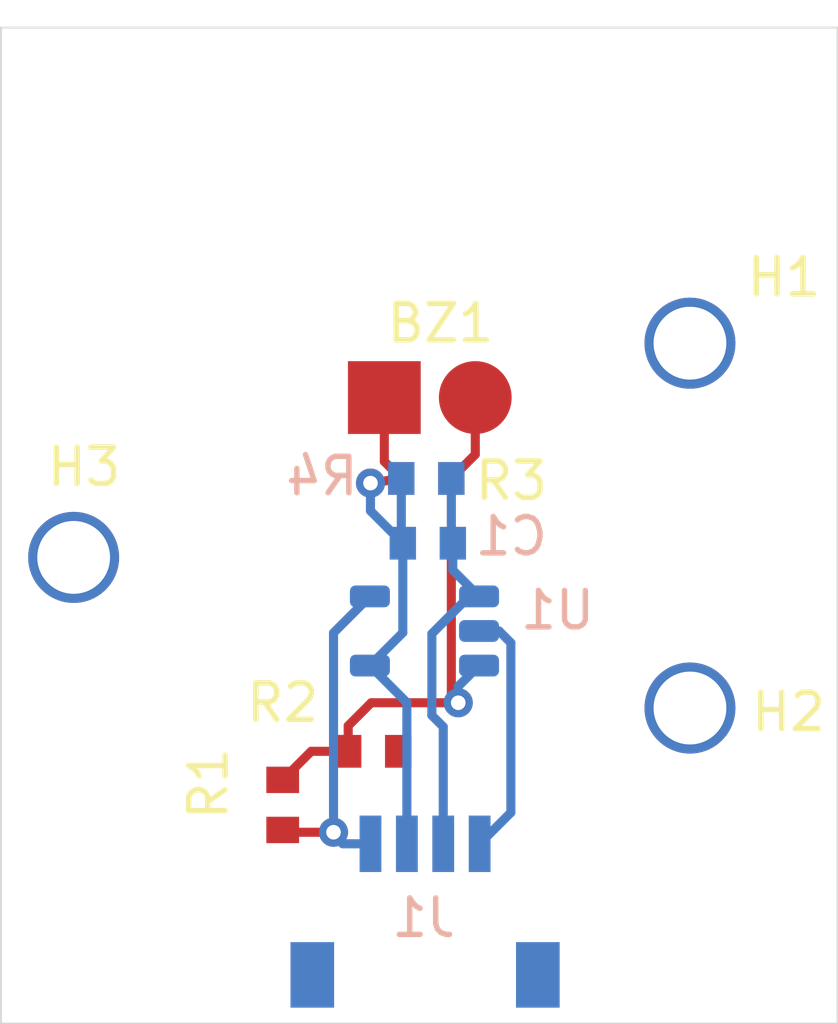
<source format=kicad_pcb>
(kicad_pcb (version 20171130) (host pcbnew 5.1.10)

  (general
    (thickness 1.6)
    (drawings 4)
    (tracks 47)
    (zones 0)
    (modules 11)
    (nets 7)
  )

  (page A4)
  (layers
    (0 F.Cu signal)
    (31 B.Cu signal)
    (32 B.Adhes user)
    (33 F.Adhes user)
    (34 B.Paste user)
    (35 F.Paste user)
    (36 B.SilkS user)
    (37 F.SilkS user)
    (38 B.Mask user)
    (39 F.Mask user hide)
    (40 Dwgs.User user)
    (41 Cmts.User user)
    (42 Eco1.User user)
    (43 Eco2.User user)
    (44 Edge.Cuts user)
    (45 Margin user hide)
    (46 B.CrtYd user)
    (47 F.CrtYd user)
    (48 B.Fab user hide)
    (49 F.Fab user hide)
  )

  (setup
    (last_trace_width 0.25)
    (trace_clearance 0.2)
    (zone_clearance 0.508)
    (zone_45_only no)
    (trace_min 0.2)
    (via_size 0.8)
    (via_drill 0.4)
    (via_min_size 0.4)
    (via_min_drill 0.3)
    (uvia_size 0.3)
    (uvia_drill 0.1)
    (uvias_allowed no)
    (uvia_min_size 0.2)
    (uvia_min_drill 0.1)
    (edge_width 0.05)
    (segment_width 0.2)
    (pcb_text_width 0.3)
    (pcb_text_size 1.5 1.5)
    (mod_edge_width 0.12)
    (mod_text_size 1 1)
    (mod_text_width 0.15)
    (pad_size 2.5 2.5)
    (pad_drill 2)
    (pad_to_mask_clearance 0)
    (aux_axis_origin 0 0)
    (visible_elements FFFFFF7F)
    (pcbplotparams
      (layerselection 0x010fc_ffffffff)
      (usegerberextensions false)
      (usegerberattributes true)
      (usegerberadvancedattributes true)
      (creategerberjobfile true)
      (excludeedgelayer true)
      (linewidth 0.100000)
      (plotframeref false)
      (viasonmask false)
      (mode 1)
      (useauxorigin false)
      (hpglpennumber 1)
      (hpglpenspeed 20)
      (hpglpendiameter 15.000000)
      (psnegative false)
      (psa4output false)
      (plotreference true)
      (plotvalue true)
      (plotinvisibletext false)
      (padsonsilk false)
      (subtractmaskfromsilk false)
      (outputformat 1)
      (mirror false)
      (drillshape 1)
      (scaleselection 1)
      (outputdirectory ""))
  )

  (net 0 "")
  (net 1 VGND)
  (net 2 UNAMP)
  (net 3 AMP)
  (net 4 "Net-(J1-Pad5)")
  (net 5 +3V3)
  (net 6 GND)

  (net_class Default "This is the default net class."
    (clearance 0.2)
    (trace_width 0.25)
    (via_dia 0.8)
    (via_drill 0.4)
    (uvia_dia 0.3)
    (uvia_drill 0.1)
    (add_net +3V3)
    (add_net AMP)
    (add_net GND)
    (add_net "Net-(J1-Pad5)")
    (add_net UNAMP)
    (add_net VGND)
  )

  (module exocam_charge_amp:TLV2271DBV (layer B.Cu) (tedit 60AC35F4) (tstamp 60E61262)
    (at 56.4515 89.154 180)
    (path /60E64BFF)
    (fp_text reference U1 (at -3.429 -2.921) (layer B.SilkS)
      (effects (font (size 1 1) (thickness 0.15)) (justify mirror))
    )
    (fp_text value TLV2771CDBVT (at -22.606 -15.494) (layer B.Fab)
      (effects (font (size 1 1) (thickness 0.15)) (justify mirror))
    )
    (pad 4 smd roundrect (at 1.73 -4.44 180) (size 1.1 0.6) (layers B.Cu B.Paste B.Mask) (roundrect_rratio 0.25)
      (net 2 UNAMP))
    (pad 3 smd roundrect (at -1.27 -4.44 180) (size 1.1 0.6) (layers B.Cu B.Paste B.Mask) (roundrect_rratio 0.25)
      (net 1 VGND))
    (pad 2 smd roundrect (at -1.27 -3.49 180) (size 1.1 0.6) (layers B.Cu B.Paste B.Mask) (roundrect_rratio 0.25)
      (net 6 GND))
    (pad 5 smd roundrect (at 1.73 -2.54 180) (size 1.1 0.6) (layers B.Cu B.Paste B.Mask) (roundrect_rratio 0.25)
      (net 5 +3V3))
    (pad 1 smd roundrect (at -1.27 -2.54 180) (size 1.1 0.6) (layers B.Cu B.Paste B.Mask) (roundrect_rratio 0.25)
      (net 3 AMP))
  )

  (module exocam_charge_amp:0603_R (layer B.Cu) (tedit 60AC3F9B) (tstamp 60E61259)
    (at 56.896 92.7735)
    (path /60E6DE99)
    (fp_text reference R4 (at -3.4925 -4.3815) (layer B.SilkS)
      (effects (font (size 1 1) (thickness 0.15)) (justify mirror))
    )
    (fp_text value 1M (at 0 0.5) (layer B.Fab)
      (effects (font (size 1 1) (thickness 0.15)) (justify mirror))
    )
    (pad 2 smd rect (at 0.105 -2.54) (size 0.725 0.9) (layers B.Cu B.Paste B.Mask)
      (net 3 AMP))
    (pad 1 smd rect (at -1.27 -2.54) (size 0.725 0.9) (layers B.Cu B.Paste B.Mask)
      (net 2 UNAMP))
  )

  (module exocam_charge_amp:0603_R (layer F.Cu) (tedit 60AC3F9B) (tstamp 60E61253)
    (at 55.6895 90.9955 180)
    (path /60E69D26)
    (fp_text reference R3 (at -2.921 2.4765) (layer F.SilkS)
      (effects (font (size 1 1) (thickness 0.15)))
    )
    (fp_text value 1M (at 0 -0.5) (layer F.Fab)
      (effects (font (size 1 1) (thickness 0.15)))
    )
    (pad 2 smd rect (at 0.105 2.54 180) (size 0.725 0.9) (layers F.Cu F.Paste F.Mask)
      (net 2 UNAMP))
    (pad 1 smd rect (at -1.27 2.54 180) (size 0.725 0.9) (layers F.Cu F.Paste F.Mask)
      (net 1 VGND))
  )

  (module exocam_charge_amp:0603_R (layer F.Cu) (tedit 60AC3F9B) (tstamp 60E6124D)
    (at 55.394 93.4085)
    (path /60E630FE)
    (fp_text reference R2 (at -3.07 1.2065) (layer F.SilkS)
      (effects (font (size 1 1) (thickness 0.15)))
    )
    (fp_text value 1k (at 0 -0.5) (layer F.Fab)
      (effects (font (size 1 1) (thickness 0.15)))
    )
    (pad 2 smd rect (at 0.105 2.54) (size 0.725 0.9) (layers F.Cu F.Paste F.Mask)
      (net 6 GND))
    (pad 1 smd rect (at -1.27 2.54) (size 0.725 0.9) (layers F.Cu F.Paste F.Mask)
      (net 1 VGND))
  )

  (module exocam_charge_amp:0603_R (layer F.Cu) (tedit 60AC3F9B) (tstamp 60E61247)
    (at 49.784 96.8375 90)
    (path /60E62D00)
    (fp_text reference R1 (at 0 0.5 270) (layer F.SilkS)
      (effects (font (size 1 1) (thickness 0.15)))
    )
    (fp_text value 1k (at 0 -0.5 270) (layer F.Fab)
      (effects (font (size 1 1) (thickness 0.15)))
    )
    (pad 2 smd rect (at 0.105 2.54 90) (size 0.725 0.9) (layers F.Cu F.Paste F.Mask)
      (net 1 VGND))
    (pad 1 smd rect (at -1.27 2.54 90) (size 0.725 0.9) (layers F.Cu F.Paste F.Mask)
      (net 5 +3V3))
  )

  (module exocam_charge_amp:jstsh4x1 (layer B.Cu) (tedit 60E60FBA) (tstamp 60E61241)
    (at 54.9275 95.9485 180)
    (path /60E73D05)
    (fp_text reference J1 (at -1.27 -4.572) (layer B.SilkS)
      (effects (font (size 1 1) (thickness 0.15)) (justify mirror))
    )
    (fp_text value jstsh4x1 (at -24.4475 -11.3665) (layer B.Fab)
      (effects (font (size 1 1) (thickness 0.15)) (justify mirror))
    )
    (fp_line (start 2.185 -3) (end 2.185 -6.84) (layer Dwgs.User) (width 0.12))
    (fp_line (start 2.185 -3) (end -4.805 -3) (layer Dwgs.User) (width 0.12))
    (fp_line (start -4.805 -6.84) (end -4.805 -3) (layer Dwgs.User) (width 0.12))
    (fp_line (start -4.805 -6.84) (end 2.185 -6.84) (layer Dwgs.User) (width 0.12))
    (pad 5 smd rect (at -4.41 -6.14 180) (size 1.2 1.8) (layers B.Cu B.Paste B.Mask)
      (net 4 "Net-(J1-Pad5)"))
    (pad 5 smd rect (at 1.79 -6.14 180) (size 1.2 1.8) (layers B.Cu B.Paste B.Mask)
      (net 4 "Net-(J1-Pad5)"))
    (pad 4 smd rect (at 0.19 -2.54 180) (size 0.6 1.55) (layers B.Cu B.Paste B.Mask)
      (net 5 +3V3))
    (pad 3 smd rect (at -0.81 -2.54 180) (size 0.6 1.55) (layers B.Cu B.Paste B.Mask)
      (net 2 UNAMP))
    (pad 2 smd rect (at -1.81 -2.54 180) (size 0.6 1.55) (layers B.Cu B.Paste B.Mask)
      (net 3 AMP))
    (pad 1 smd rect (at -2.81 -2.54 180) (size 0.6 1.55) (layers B.Cu B.Paste B.Mask)
      (net 6 GND))
  )

  (module exocam_charge_amp:0603_R (layer B.Cu) (tedit 60AC3F9B) (tstamp 60E6121B)
    (at 56.8545 90.9955)
    (path /60E6D3AF)
    (fp_text reference C1 (at 1.756 -0.9525) (layer B.SilkS)
      (effects (font (size 1 1) (thickness 0.15)) (justify mirror))
    )
    (fp_text value 5pF (at 0 0.5) (layer B.Fab)
      (effects (font (size 1 1) (thickness 0.15)) (justify mirror))
    )
    (pad 2 smd rect (at 0.105 -2.54) (size 0.725 0.9) (layers B.Cu B.Paste B.Mask)
      (net 3 AMP))
    (pad 1 smd rect (at -1.27 -2.54) (size 0.725 0.9) (layers B.Cu B.Paste B.Mask)
      (net 2 UNAMP))
  )

  (module exocam_charge_amp:piezo_buzzer_alt (layer F.Cu) (tedit 60DF5EBD) (tstamp 60E61215)
    (at 56.658 83.693)
    (path /60E69567)
    (fp_text reference BZ1 (at 0 0.5) (layer F.SilkS)
      (effects (font (size 1 1) (thickness 0.15)))
    )
    (fp_text value Buzzer (at 0 -0.5) (layer F.Fab)
      (effects (font (size 1 1) (thickness 0.15)))
    )
    (pad 2 smd circle (at 0.96 2.54) (size 2 2) (layers F.Cu F.Paste F.Mask)
      (net 1 VGND))
    (pad 1 smd rect (at -1.54 2.54) (size 2 2) (layers F.Cu F.Paste F.Mask)
      (net 2 UNAMP))
  )

  (module exocam_charge_amp:mount_hole_2.5mm (layer F.Cu) (tedit 60E61EFA) (tstamp 60E61F0B)
    (at 60.1815 91.44)
    (path /60E618E1)
    (fp_text reference H3 (at -13.3185 -3.302) (layer F.SilkS)
      (effects (font (size 1 1) (thickness 0.15)))
    )
    (fp_text value MountingHole (at 0 -0.5) (layer F.Fab)
      (effects (font (size 1 1) (thickness 0.15)))
    )
    (pad 1 thru_hole circle (at -13.6045 -0.817) (size 2.5 2.5) (drill 2) (layers *.Cu *.Mask))
  )

  (module exocam_charge_amp:mount_hole_2.5mm (layer F.Cu) (tedit 60E61F56) (tstamp 60E60732)
    (at 48.7045 94.9325)
    (path /60E61689)
    (fp_text reference H2 (at 17.526 -0.0635) (layer F.SilkS)
      (effects (font (size 1 1) (thickness 0.15)))
    )
    (fp_text value MountingHole (at 0 -0.5) (layer F.Fab)
      (effects (font (size 1 1) (thickness 0.15)))
    )
    (pad 1 thru_hole circle (at 14.8155 -0.1725) (size 2.5 2.5) (drill 2) (layers *.Cu *.Mask))
  )

  (module exocam_charge_amp:mount_hole_2.5mm (layer F.Cu) (tedit 60E61F49) (tstamp 60E6072D)
    (at 48.641 75.565)
    (path /60E60FB2)
    (fp_text reference H1 (at 17.4625 7.366) (layer F.SilkS)
      (effects (font (size 1 1) (thickness 0.15)))
    )
    (fp_text value MountingHole (at 0 -0.5) (layer F.Fab)
      (effects (font (size 1 1) (thickness 0.15)))
    )
    (pad 1 thru_hole circle (at 14.879 9.175) (size 2.5 2.5) (drill 2) (layers *.Cu *.Mask))
  )

  (gr_line (start 67.577 76.073) (end 67.577 103.427) (layer Edge.Cuts) (width 0.05) (tstamp 60E608A5))
  (gr_line (start 44.577 103.427) (end 67.577 103.427) (layer Edge.Cuts) (width 0.05))
  (gr_line (start 44.577 76.073) (end 67.577 76.073) (layer Edge.Cuts) (width 0.05))
  (gr_line (start 44.577 76.073) (end 44.577 103.427) (layer Edge.Cuts) (width 0.05))

  (segment (start 53.108 95.9485) (end 52.324 96.7325) (width 0.25) (layer F.Cu) (net 1))
  (segment (start 54.124 95.9485) (end 53.108 95.9485) (width 0.25) (layer F.Cu) (net 1))
  (segment (start 54.124 95.2485) (end 54.7575 94.615) (width 0.25) (layer F.Cu) (net 1))
  (segment (start 54.124 95.9485) (end 54.124 95.2485) (width 0.25) (layer F.Cu) (net 1))
  (segment (start 54.7575 94.615) (end 57.15 94.615) (width 0.25) (layer F.Cu) (net 1))
  (segment (start 57.15 94.615) (end 57.15 94.615) (width 0.25) (layer F.Cu) (net 1) (tstamp 60E6153E))
  (via (at 57.15 94.615) (size 0.8) (drill 0.4) (layers F.Cu B.Cu) (net 1))
  (segment (start 57.15 94.1655) (end 57.7215 93.594) (width 0.25) (layer B.Cu) (net 1))
  (segment (start 57.15 94.615) (end 57.15 94.1655) (width 0.25) (layer B.Cu) (net 1))
  (segment (start 57.618 87.797) (end 56.9595 88.4555) (width 0.25) (layer F.Cu) (net 1))
  (segment (start 57.618 86.233) (end 57.618 87.797) (width 0.25) (layer F.Cu) (net 1))
  (segment (start 56.9595 94.4245) (end 57.15 94.615) (width 0.25) (layer F.Cu) (net 1))
  (segment (start 56.9595 88.4555) (end 56.9595 94.4245) (width 0.25) (layer F.Cu) (net 1))
  (segment (start 55.5845 90.192) (end 55.626 90.2335) (width 0.25) (layer B.Cu) (net 2))
  (segment (start 55.5845 88.4555) (end 55.5845 90.192) (width 0.25) (layer B.Cu) (net 2))
  (segment (start 55.626 92.6895) (end 54.7215 93.594) (width 0.25) (layer B.Cu) (net 2))
  (segment (start 55.626 90.2335) (end 55.626 92.6895) (width 0.25) (layer B.Cu) (net 2))
  (segment (start 55.7375 94.61) (end 54.7215 93.594) (width 0.25) (layer B.Cu) (net 2))
  (segment (start 55.7375 98.4885) (end 55.7375 94.61) (width 0.25) (layer B.Cu) (net 2))
  (segment (start 55.118 87.989) (end 55.5845 88.4555) (width 0.25) (layer F.Cu) (net 2))
  (segment (start 55.118 86.233) (end 55.118 87.989) (width 0.25) (layer F.Cu) (net 2))
  (segment (start 55.5845 88.4555) (end 54.737 88.5825) (width 0.25) (layer F.Cu) (net 2))
  (segment (start 54.737 88.5825) (end 54.864 88.4555) (width 0.25) (layer F.Cu) (net 2) (tstamp 60E615B8))
  (via (at 54.737 88.5825) (size 0.8) (drill 0.4) (layers F.Cu B.Cu) (net 2))
  (segment (start 54.737 89.3445) (end 55.626 90.2335) (width 0.25) (layer B.Cu) (net 2))
  (segment (start 54.737 88.5825) (end 54.737 89.3445) (width 0.25) (layer B.Cu) (net 2))
  (segment (start 56.9595 90.192) (end 57.001 90.2335) (width 0.25) (layer B.Cu) (net 3))
  (segment (start 56.9595 88.4555) (end 56.9595 90.192) (width 0.25) (layer B.Cu) (net 3))
  (segment (start 57.001 90.9735) (end 57.7215 91.694) (width 0.25) (layer B.Cu) (net 3))
  (segment (start 57.001 90.2335) (end 57.001 90.9735) (width 0.25) (layer B.Cu) (net 3))
  (segment (start 56.424999 92.718733) (end 57.449732 91.694) (width 0.25) (layer B.Cu) (net 3))
  (segment (start 57.449732 91.694) (end 57.7215 91.694) (width 0.25) (layer B.Cu) (net 3))
  (segment (start 56.424999 94.963001) (end 56.424999 92.718733) (width 0.25) (layer B.Cu) (net 3))
  (segment (start 56.7375 95.275502) (end 56.424999 94.963001) (width 0.25) (layer B.Cu) (net 3))
  (segment (start 56.7375 98.4885) (end 56.7375 95.275502) (width 0.25) (layer B.Cu) (net 3))
  (segment (start 54.7375 98.4885) (end 53.975 98.4885) (width 0.25) (layer B.Cu) (net 5))
  (segment (start 53.975 98.4885) (end 53.721 98.171) (width 0.25) (layer B.Cu) (net 5))
  (segment (start 53.721 98.171) (end 53.721 98.2345) (width 0.25) (layer B.Cu) (net 5) (tstamp 60E6152D))
  (via (at 53.721 98.171) (size 0.8) (drill 0.4) (layers F.Cu B.Cu) (net 5))
  (segment (start 52.3875 98.171) (end 52.324 98.1075) (width 0.25) (layer F.Cu) (net 5))
  (segment (start 53.721 98.171) (end 52.3875 98.171) (width 0.25) (layer F.Cu) (net 5))
  (segment (start 53.721 92.6945) (end 54.7215 91.694) (width 0.25) (layer B.Cu) (net 5))
  (segment (start 53.721 98.171) (end 53.721 92.6945) (width 0.25) (layer B.Cu) (net 5))
  (segment (start 58.2715 92.644) (end 57.7215 92.644) (width 0.25) (layer B.Cu) (net 6))
  (segment (start 58.59651 92.96901) (end 58.2715 92.644) (width 0.25) (layer B.Cu) (net 6))
  (segment (start 58.59651 97.62949) (end 58.59651 92.96901) (width 0.25) (layer B.Cu) (net 6))
  (segment (start 57.7375 98.4885) (end 58.59651 97.62949) (width 0.25) (layer B.Cu) (net 6))

)

</source>
